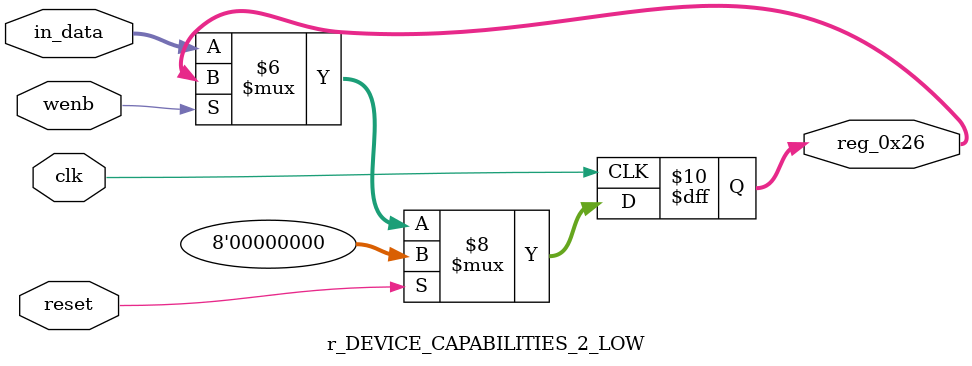
<source format=v>
module r_DEVICE_CAPABILITIES_2_LOW(output reg [7:0] reg_0x26, input wire reset, input wire wenb, input wire [7:0] in_data, input wire clk);
	always@(posedge clk)
	begin
		if(reset==0) begin
			if(wenb==0)
				reg_0x26<=in_data;
			else
				reg_0x26<=reg_0x26;
		end
		else
			reg_0x26<=8'h00;
	end
endmodule
</source>
